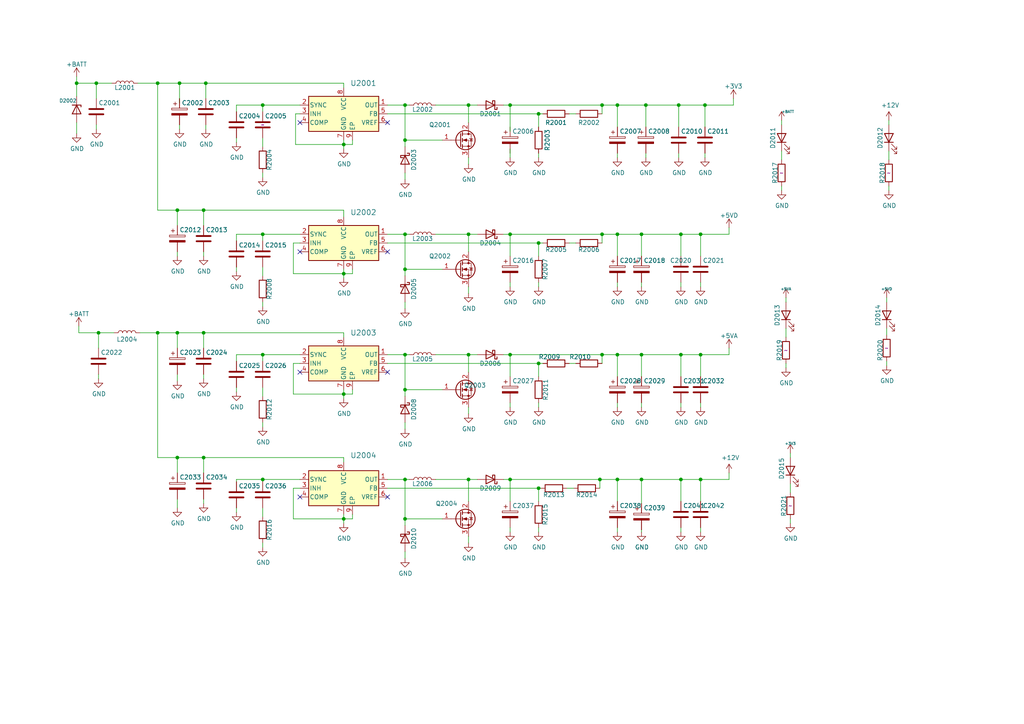
<source format=kicad_sch>
(kicad_sch (version 20211123) (generator eeschema)
  (paper "A4")
  (title_block (title "Cube Power Board ") (date "2021-04-21") (rev "V1-00") (company "CUBEDEB"))
  (lib_symbols
    (symbol "Device:C" (pin_numbers hide) (pin_names (offset 0.254))
      (property "Reference" "C" (at 0.635 2.54 0))
      (property "Value" "C" (at 0.635 -2.54 0))
      (symbol "C_0_1"
        (polyline (pts (xy -2.032 -0.762) (xy 2.032 -0.762)) (stroke (width 0.508)))
        (polyline (pts (xy -2.032 0.762) (xy 2.032 0.762)) (stroke (width 0.508)))
      )
      (symbol "C_1_1"
        (pin passive line (at 0 3.81 270) (length 2.794) (name "~") (number "1"))
        (pin passive line (at 0 -3.81 90) (length 2.794) (name "~") (number "2"))
      )
    )
    (symbol "Device:C_Polarized" (pin_numbers hide) (pin_names (offset 0.254))
      (property "Reference" "C" (at 0.635 2.54 0))
      (property "Value" "C_Polarized" (at 0.635 -2.54 0))
      (symbol "C_Polarized_0_1"
        (rectangle (start -2.286 0.508) (end 2.286 1.016))
        (polyline (pts (xy -1.778 2.286) (xy -0.762 2.286)))
        (polyline (pts (xy -1.27 2.794) (xy -1.27 1.778)))
        (rectangle (start 2.286 -0.508) (end -2.286 -1.016) (fill (type outline)))
      )
      (symbol "C_Polarized_1_1"
        (pin passive line (at 0 3.81 270) (length 2.794) (name "~") (number "1"))
        (pin passive line (at 0 -3.81 90) (length 2.794) (name "~") (number "2"))
      )
    )
    (symbol "Device:D_Schottky" (pin_numbers hide) (pin_names (offset 1.016) hide)
      (property "Reference" "D" (at 0 2.54 0))
      (property "Value" "D_Schottky" (at 0 -2.54 0))
      (symbol "D_Schottky_0_1"
        (polyline (pts (xy 1.27 0) (xy -1.27 0)))
        (polyline (pts (xy 1.27 1.27) (xy 1.27 -1.27) (xy -1.27 0) (xy 1.27 1.27)) (stroke (width 0.254)))
        (polyline (pts (xy -1.905 0.635) (xy -1.905 1.27) (xy -1.27 1.27) (xy -1.27 -1.27) (xy -0.635 -1.27) (xy -0.635 -0.635)) (stroke (width 0.254)))
      )
      (symbol "D_Schottky_1_1"
        (pin passive line (at -3.81 0 0) (length 2.54) (name "K") (number "1"))
        (pin passive line (at 3.81 0 180) (length 2.54) (name "A") (number "2"))
      )
    )
    (symbol "Device:L" (pin_numbers hide) (pin_names (offset 1.016) hide)
      (property "Reference" "L" (at -1.27 0 90))
      (property "Value" "L" (at 1.905 0 90))
      (symbol "L_0_1"
        (arc (start 0 -2.54) (mid 0.635 -1.905) (end 0 -1.27))
        (arc (start 0 -1.27) (mid 0.635 -0.635) (end 0 0))
        (arc (start 0 0) (mid 0.635 0.635) (end 0 1.27))
        (arc (start 0 1.27) (mid 0.635 1.905) (end 0 2.54))
      )
      (symbol "L_1_1"
        (pin passive line (at 0 3.81 270) (length 1.27) (name "1") (number "1"))
        (pin passive line (at 0 -3.81 90) (length 1.27) (name "2") (number "2"))
      )
    )
    (symbol "Device:LED" (pin_numbers hide) (pin_names (offset 1.016) hide)
      (property "Reference" "D" (at 0 2.54 0))
      (property "Value" "LED" (at 0 -2.54 0))
      (symbol "LED_0_1"
        (polyline (pts (xy -1.27 -1.27) (xy -1.27 1.27)) (stroke (width 0.254)))
        (polyline (pts (xy -1.27 0) (xy 1.27 0)))
        (polyline (pts (xy 1.27 -1.27) (xy 1.27 1.27) (xy -1.27 0) (xy 1.27 -1.27)) (stroke (width 0.254)))
        (polyline (pts (xy -3.048 -0.762) (xy -4.572 -2.286) (xy -3.81 -2.286) (xy -4.572 -2.286) (xy -4.572 -1.524)))
        (polyline (pts (xy -1.778 -0.762) (xy -3.302 -2.286) (xy -2.54 -2.286) (xy -3.302 -2.286) (xy -3.302 -1.524)))
      )
      (symbol "LED_1_1"
        (pin passive line (at -3.81 0 0) (length 2.54) (name "K") (number "1"))
        (pin passive line (at 3.81 0 180) (length 2.54) (name "A") (number "2"))
      )
    )
    (symbol "Device:Q_NMOS_GDS" (pin_names (offset 0) hide)
      (property "Reference" "Q" (at 5.08 1.27 0))
      (property "Value" "Q_NMOS_GDS" (at 5.08 -1.27 0))
      (symbol "Q_NMOS_GDS_0_1"
        (polyline (pts (xy 0.254 0) (xy -2.54 0)))
        (polyline (pts (xy 0.254 1.905) (xy 0.254 -1.905)) (stroke (width 0.254)))
        (polyline (pts (xy 0.762 -1.27) (xy 0.762 -2.286)) (stroke (width 0.254)))
        (polyline (pts (xy 0.762 0.508) (xy 0.762 -0.508)) (stroke (width 0.254)))
        (polyline (pts (xy 0.762 2.286) (xy 0.762 1.27)) (stroke (width 0.254)))
        (polyline (pts (xy 2.54 2.54) (xy 2.54 1.778)))
        (polyline (pts (xy 2.54 -2.54) (xy 2.54 0) (xy 0.762 0)))
        (polyline (pts (xy 0.762 -1.778) (xy 3.302 -1.778) (xy 3.302 1.778) (xy 0.762 1.778)))
        (polyline (pts (xy 1.016 0) (xy 2.032 0.381) (xy 2.032 -0.381) (xy 1.016 0)) (fill (type outline)))
        (polyline (pts (xy 2.794 0.508) (xy 2.921 0.381) (xy 3.683 0.381) (xy 3.81 0.254)))
        (polyline (pts (xy 3.302 0.381) (xy 2.921 -0.254) (xy 3.683 -0.254) (xy 3.302 0.381)))
        (circle (center 1.651 0) (radius 2.794) (stroke (width 0.254)))
        (circle (center 2.54 -1.778) (radius 0.254) (fill (type outline)))
        (circle (center 2.54 1.778) (radius 0.254) (fill (type outline)))
      )
      (symbol "Q_NMOS_GDS_1_1"
        (pin input line (at -5.08 0 0) (length 2.54) (name "G") (number "1"))
        (pin passive line (at 2.54 5.08 270) (length 2.54) (name "D") (number "2"))
        (pin passive line (at 2.54 -5.08 90) (length 2.54) (name "S") (number "3"))
      )
    )
    (symbol "Device:R" (pin_numbers hide) (pin_names (offset 0))
      (property "Reference" "R" (at 2.032 0 90))
      (property "Value" "R" (at 0 0 90))
      (symbol "R_0_1"
        (rectangle (start -1.016 -2.54) (end 1.016 2.54) (stroke (width 0.254)))
      )
      (symbol "R_1_1"
        (pin passive line (at 0 3.81 270) (length 1.27) (name "~") (number "1"))
        (pin passive line (at 0 -3.81 90) (length 1.27) (name "~") (number "2"))
      )
    )
    (symbol "Diode:Z1SMAxxx" (pin_numbers hide) (pin_names (offset 1.016) hide)
      (property "Reference" "D" (at 0 2.54 0))
      (property "Value" "Z1SMAxxx" (at 0 -2.54 0))
      (symbol "Z1SMAxxx_0_1"
        (polyline (pts (xy 1.27 0) (xy -1.27 0)))
        (polyline (pts (xy -1.27 -1.27) (xy -1.27 1.27) (xy -0.762 1.27)) (stroke (width 0.254)))
        (polyline (pts (xy 1.27 -1.27) (xy 1.27 1.27) (xy -1.27 0) (xy 1.27 -1.27)) (stroke (width 0.254)))
      )
      (symbol "Z1SMAxxx_1_1"
        (pin passive line (at -3.81 0 0) (length 2.54) (name "K") (number "1"))
        (pin passive line (at 3.81 0 180) (length 2.54) (name "A") (number "2"))
      )
    )
    (symbol "Power_Board-2021-rescue:+3.3V-" (power) (pin_names (offset 0))
      (property "Value" "+3.3V-" (at 0 3.556 0))
      (symbol "+3.3V-_0_1"
        (polyline (pts (xy -0.762 1.27) (xy 0 2.54)))
        (polyline (pts (xy 0 0) (xy 0 2.54)))
        (polyline (pts (xy 0 2.54) (xy 0.762 1.27)))
      )
      (symbol "+3.3V-_1_1"
        (pin power_in line (at 0 0 90) (length 0) hide (name "+3V3") (number "1"))
      )
    )
    (symbol "Regulator_Switching:L5973D" (pin_names (offset 0.254))
      (property "Reference" "U" (at -10.16 6.35 0))
      (property "Value" "L5973D" (at 3.81 6.35 0))
      (symbol "L5973D_0_1"
        (rectangle (start -10.16 5.08) (end 10.16 -5.08) (stroke (width 0.254)) (fill (type background)))
      )
      (symbol "L5973D_1_1"
        (pin output line (at 12.7 2.54 180) (length 2.54) (name "OUT") (number "1"))
        (pin bidirectional line (at -12.7 2.54 0) (length 2.54) (name "SYNC") (number "2"))
        (pin input line (at -12.7 0 0) (length 2.54) (name "INH") (number "3"))
        (pin passive line (at -12.7 -2.54 0) (length 2.54) (name "COMP") (number "4"))
        (pin input line (at 12.7 0 180) (length 2.54) (name "FB") (number "5"))
        (pin output line (at 12.7 -2.54 180) (length 2.54) (name "VREF") (number "6"))
        (pin power_in line (at 0 -7.62 90) (length 2.54) (name "GND") (number "7"))
        (pin power_in line (at 0 7.62 270) (length 2.54) (name "VCC") (number "8"))
        (pin passive line (at 2.54 -7.62 90) (length 2.54) (name "EP") (number "9"))
      )
    )
    (symbol "power:+12V" (power) (pin_names (offset 0))
      (property "Value" "+12V" (at 0 3.556 0))
      (symbol "+12V_0_1"
        (polyline (pts (xy -0.762 1.27) (xy 0 2.54)))
        (polyline (pts (xy 0 0) (xy 0 2.54)))
        (polyline (pts (xy 0 2.54) (xy 0.762 1.27)))
      )
      (symbol "+12V_1_1"
        (pin power_in line (at 0 0 90) (length 0) hide (name "+12V") (number "1"))
      )
    )
    (symbol "power:+3.3V" (power) (pin_names (offset 0))
      (property "Value" "+3.3V" (at 0 3.556 0))
      (symbol "+3.3V_0_1"
        (polyline (pts (xy -0.762 1.27) (xy 0 2.54)))
        (polyline (pts (xy 0 0) (xy 0 2.54)))
        (polyline (pts (xy 0 2.54) (xy 0.762 1.27)))
      )
      (symbol "+3.3V_1_1"
        (pin power_in line (at 0 0 90) (length 0) hide (name "+3V3") (number "1"))
      )
    )
    (symbol "power:+5VA" (power) (pin_names (offset 0))
      (property "Value" "+5VA" (at 0 3.556 0))
      (symbol "+5VA_0_1"
        (polyline (pts (xy -0.762 1.27) (xy 0 2.54)))
        (polyline (pts (xy 0 0) (xy 0 2.54)))
        (polyline (pts (xy 0 2.54) (xy 0.762 1.27)))
      )
      (symbol "+5VA_1_1"
        (pin power_in line (at 0 0 90) (length 0) hide (name "+5VA") (number "1"))
      )
    )
    (symbol "power:+5VD" (power) (pin_names (offset 0))
      (property "Value" "+5VD" (at 0 3.556 0))
      (symbol "+5VD_0_1"
        (polyline (pts (xy -0.762 1.27) (xy 0 2.54)))
        (polyline (pts (xy 0 0) (xy 0 2.54)))
        (polyline (pts (xy 0 2.54) (xy 0.762 1.27)))
      )
      (symbol "+5VD_1_1"
        (pin power_in line (at 0 0 90) (length 0) hide (name "+5VD") (number "1"))
      )
    )
    (symbol "power:+BATT" (power) (pin_names (offset 0))
      (property "Value" "+BATT" (at 0 3.556 0))
      (symbol "+BATT_0_1"
        (polyline (pts (xy -0.762 1.27) (xy 0 2.54)))
        (polyline (pts (xy 0 0) (xy 0 2.54)))
        (polyline (pts (xy 0 2.54) (xy 0.762 1.27)))
      )
      (symbol "+BATT_1_1"
        (pin power_in line (at 0 0 90) (length 0) hide (name "+BATT") (number "1"))
      )
    )
    (symbol "power:GND" (power) (pin_names (offset 0))
      (property "Value" "GND" (at 0 -3.81 0))
      (symbol "GND_0_1"
        (polyline (pts (xy 0 0) (xy 0 -1.27) (xy 1.27 -1.27) (xy 0 -2.54) (xy -1.27 -1.27) (xy 0 -1.27)))
      )
      (symbol "GND_1_1"
        (pin power_in line (at 0 0 270) (length 0) hide (name "GND") (number "1"))
      )
    )
  )
  (junction (at 203.2 102.87))
  (junction (at 156.21 33.02))
  (junction (at 187.325 30.48))
  (junction (at 174.625 67.945))
  (junction (at 186.055 102.87))
  (junction (at 173.99 139.065))
  (junction (at 76.2 102.87))
  (junction (at 156.21 70.485))
  (junction (at 179.07 139.065))
  (junction (at 99.695 150.495))
  (junction (at 99.695 114.3))
  (junction (at 117.475 67.945))
  (junction (at 76.2 67.945))
  (junction (at 27.94 24.13))
  (junction (at 174.625 30.48))
  (junction (at 99.695 79.375))
  (junction (at 186.055 139.065))
  (junction (at 204.47 30.48))
  (junction (at 186.055 67.945))
  (junction (at 117.475 113.03))
  (junction (at 147.955 139.065))
  (junction (at 196.85 30.48))
  (junction (at 45.72 96.52))
  (junction (at 59.055 132.715))
  (junction (at 117.475 150.495))
  (junction (at 174.625 102.87))
  (junction (at 51.435 60.96))
  (junction (at 135.89 67.945))
  (junction (at 117.475 30.48))
  (junction (at 117.475 78.105))
  (junction (at 117.475 139.065))
  (junction (at 203.2 139.065))
  (junction (at 197.485 139.065))
  (junction (at 59.055 60.96))
  (junction (at 156.21 141.605))
  (junction (at 156.21 105.41))
  (junction (at 51.435 132.715))
  (junction (at 197.485 67.945))
  (junction (at 51.435 96.52))
  (junction (at 179.07 67.945))
  (junction (at 59.69 24.13))
  (junction (at 135.89 30.48))
  (junction (at 147.955 30.48))
  (junction (at 117.475 102.87))
  (junction (at 22.225 24.13))
  (junction (at 179.07 102.87))
  (junction (at 28.575 96.52))
  (junction (at 76.2 139.065))
  (junction (at 117.475 40.64))
  (junction (at 135.89 139.065))
  (junction (at 179.07 30.48))
  (junction (at 99.695 41.91))
  (junction (at 59.055 96.52))
  (junction (at 147.955 102.87))
  (junction (at 45.72 24.13))
  (junction (at 197.485 102.87))
  (junction (at 203.2 67.945))
  (junction (at 52.07 24.13))
  (junction (at 135.89 102.87))
  (junction (at 76.2 30.48))
  (junction (at 147.955 67.945))
  (no_connect (at 112.395 35.56))
  (no_connect (at 86.995 73.025))
  (no_connect (at 86.995 35.56))
  (no_connect (at 86.995 144.145))
  (no_connect (at 112.395 107.95))
  (no_connect (at 86.995 107.95))
  (no_connect (at 112.395 73.025))
  (no_connect (at 112.395 144.145))
  (wire (pts (xy 179.07 74.295) (xy 179.07 67.945)))
  (wire (pts (xy 99.695 24.13) (xy 99.695 25.4)))
  (wire (pts (xy 76.2 77.47) (xy 76.2 80.01)))
  (wire (pts (xy 76.2 40.005) (xy 76.2 42.545)))
  (wire (pts (xy 164.465 141.605) (xy 166.37 141.605)))
  (wire (pts (xy 147.955 30.48) (xy 174.625 30.48)))
  (wire (pts (xy 197.485 67.945) (xy 203.2 67.945)))
  (wire (pts (xy 99.695 113.03) (xy 99.695 114.3)))
  (wire (pts (xy 165.1 33.02) (xy 167.005 33.02)))
  (wire (pts (xy 135.89 107.95) (xy 135.89 102.87)))
  (wire (pts (xy 76.2 30.48) (xy 76.2 32.385)))
  (wire (pts (xy 135.89 35.56) (xy 135.89 30.48)))
  (wire (pts (xy 126.365 67.945) (xy 135.89 67.945)))
  (wire (pts (xy 76.2 112.395) (xy 76.2 114.935)))
  (wire (pts (xy 99.695 96.52) (xy 99.695 97.79)))
  (wire (pts (xy 68.58 112.395) (xy 68.58 113.665)))
  (wire (pts (xy 102.235 79.375) (xy 102.235 78.105)))
  (wire (pts (xy 28.575 96.52) (xy 33.02 96.52)))
  (wire (pts (xy 197.485 102.87) (xy 203.2 102.87)))
  (wire (pts (xy 117.475 67.945) (xy 117.475 78.105)))
  (wire (pts (xy 147.955 67.945) (xy 174.625 67.945)))
  (wire (pts (xy 99.695 150.495) (xy 102.235 150.495)))
  (wire (pts (xy 227.965 106.68) (xy 227.965 105.41)))
  (wire (pts (xy 40.64 96.52) (xy 45.72 96.52)))
  (wire (pts (xy 117.475 30.48) (xy 117.475 40.64)))
  (wire (pts (xy 22.225 35.56) (xy 22.225 38.735)))
  (wire (pts (xy 68.58 30.48) (xy 68.58 32.385)))
  (wire (pts (xy 85.725 41.91) (xy 99.695 41.91)))
  (wire (pts (xy 179.07 81.915) (xy 179.07 83.185)))
  (wire (pts (xy 196.85 30.48) (xy 196.85 36.83)))
  (wire (pts (xy 59.055 132.715) (xy 99.695 132.715)))
  (wire (pts (xy 99.695 114.3) (xy 99.695 115.57)))
  (wire (pts (xy 59.69 28.575) (xy 59.69 24.13)))
  (wire (pts (xy 117.475 139.065) (xy 118.745 139.065)))
  (wire (pts (xy 174.625 105.41) (xy 174.625 102.87)))
  (wire (pts (xy 117.475 102.87) (xy 118.745 102.87)))
  (wire (pts (xy 197.485 116.84) (xy 197.485 118.11)))
  (wire (pts (xy 186.055 116.84) (xy 186.055 118.11)))
  (wire (pts (xy 99.695 132.715) (xy 99.695 133.985)))
  (wire (pts (xy 197.485 81.915) (xy 197.485 83.185)))
  (wire (pts (xy 186.055 81.915) (xy 186.055 83.185)))
  (wire (pts (xy 99.695 41.91) (xy 99.695 43.18)))
  (wire (pts (xy 117.475 150.495) (xy 128.27 150.495)))
  (wire (pts (xy 102.235 114.3) (xy 102.235 113.03)))
  (wire (pts (xy 117.475 87.63) (xy 117.475 89.535)))
  (wire (pts (xy 211.455 67.945) (xy 211.455 66.04)))
  (wire (pts (xy 117.475 78.105) (xy 117.475 80.01)))
  (wire (pts (xy 135.89 73.025) (xy 135.89 67.945)))
  (wire (pts (xy 197.485 102.87) (xy 197.485 109.22)))
  (wire (pts (xy 196.85 44.45) (xy 196.85 45.72)))
  (wire (pts (xy 99.695 41.91) (xy 102.235 41.91)))
  (wire (pts (xy 68.58 147.32) (xy 68.58 148.59)))
  (wire (pts (xy 203.2 81.915) (xy 203.2 83.185)))
  (wire (pts (xy 59.055 65.405) (xy 59.055 60.96)))
  (wire (pts (xy 76.2 157.48) (xy 76.2 158.75)))
  (wire (pts (xy 117.475 160.02) (xy 117.475 161.925)))
  (wire (pts (xy 40.005 24.13) (xy 45.72 24.13)))
  (wire (pts (xy 51.435 73.025) (xy 51.435 74.295)))
  (wire (pts (xy 99.695 114.3) (xy 102.235 114.3)))
  (wire (pts (xy 156.21 74.295) (xy 156.21 70.485)))
  (wire (pts (xy 179.07 139.065) (xy 186.055 139.065)))
  (wire (pts (xy 203.2 102.87) (xy 203.2 109.22)))
  (wire (pts (xy 22.225 24.13) (xy 22.225 27.94)))
  (wire (pts (xy 197.485 153.035) (xy 197.485 154.305)))
  (wire (pts (xy 203.2 116.84) (xy 203.2 118.11)))
  (wire (pts (xy 27.94 24.13) (xy 32.385 24.13)))
  (wire (pts (xy 146.05 67.945) (xy 147.955 67.945)))
  (wire (pts (xy 257.81 43.815) (xy 257.81 46.355)))
  (wire (pts (xy 203.2 67.945) (xy 203.2 74.295)))
  (wire (pts (xy 203.2 139.065) (xy 203.2 145.415)))
  (wire (pts (xy 156.21 141.605) (xy 156.21 145.415)))
  (wire (pts (xy 112.395 30.48) (xy 117.475 30.48)))
  (wire (pts (xy 179.07 116.84) (xy 179.07 118.11)))
  (wire (pts (xy 76.2 139.065) (xy 76.2 139.7)))
  (wire (pts (xy 85.09 70.485) (xy 85.09 79.375)))
  (wire (pts (xy 179.07 109.22) (xy 179.07 102.87)))
  (wire (pts (xy 179.07 67.945) (xy 186.055 67.945)))
  (wire (pts (xy 197.485 139.065) (xy 203.2 139.065)))
  (wire (pts (xy 51.435 110.49) (xy 51.435 108.585)))
  (wire (pts (xy 85.09 105.41) (xy 85.09 114.3)))
  (wire (pts (xy 147.955 81.915) (xy 147.955 83.185)))
  (wire (pts (xy 22.225 24.13) (xy 27.94 24.13)))
  (wire (pts (xy 179.07 44.45) (xy 179.07 45.72)))
  (wire (pts (xy 126.365 102.87) (xy 135.89 102.87)))
  (wire (pts (xy 68.58 102.87) (xy 68.58 104.775)))
  (wire (pts (xy 45.72 132.715) (xy 51.435 132.715)))
  (wire (pts (xy 146.05 30.48) (xy 147.955 30.48)))
  (wire (pts (xy 22.225 22.225) (xy 22.225 24.13)))
  (wire (pts (xy 76.2 102.87) (xy 86.995 102.87)))
  (wire (pts (xy 28.575 108.585) (xy 28.575 109.855)))
  (wire (pts (xy 117.475 113.03) (xy 128.27 113.03)))
  (wire (pts (xy 156.21 33.02) (xy 157.48 33.02)))
  (wire (pts (xy 68.58 67.945) (xy 76.2 67.945)))
  (wire (pts (xy 117.475 78.105) (xy 128.27 78.105)))
  (wire (pts (xy 45.72 60.96) (xy 45.72 24.13)))
  (wire (pts (xy 68.58 30.48) (xy 76.2 30.48)))
  (wire (pts (xy 147.955 116.84) (xy 147.955 118.11)))
  (wire (pts (xy 146.05 139.065) (xy 147.955 139.065)))
  (wire (pts (xy 68.58 139.065) (xy 68.58 139.7)))
  (wire (pts (xy 204.47 30.48) (xy 204.47 36.83)))
  (wire (pts (xy 27.94 28.575) (xy 27.94 24.13)))
  (wire (pts (xy 59.055 100.965) (xy 59.055 96.52)))
  (wire (pts (xy 147.955 139.065) (xy 173.99 139.065)))
  (wire (pts (xy 51.435 147.32) (xy 51.435 144.78)))
  (wire (pts (xy 117.475 102.87) (xy 117.475 113.03)))
  (wire (pts (xy 68.58 67.945) (xy 68.58 69.85)))
  (wire (pts (xy 59.055 137.16) (xy 59.055 132.715)))
  (wire (pts (xy 196.85 30.48) (xy 204.47 30.48)))
  (wire (pts (xy 203.2 67.945) (xy 211.455 67.945)))
  (wire (pts (xy 76.2 87.63) (xy 76.2 88.9)))
  (wire (pts (xy 135.89 45.72) (xy 135.89 47.625)))
  (wire (pts (xy 174.625 70.485) (xy 174.625 67.945)))
  (wire (pts (xy 156.21 81.915) (xy 156.21 83.185)))
  (wire (pts (xy 117.475 113.03) (xy 117.475 114.935)))
  (wire (pts (xy 147.955 109.22) (xy 147.955 102.87)))
  (wire (pts (xy 76.2 147.32) (xy 76.2 149.86)))
  (wire (pts (xy 76.2 122.555) (xy 76.2 123.825)))
  (wire (pts (xy 117.475 30.48) (xy 118.745 30.48)))
  (wire (pts (xy 156.21 70.485) (xy 157.48 70.485)))
  (wire (pts (xy 59.055 108.585) (xy 59.055 109.855)))
  (wire (pts (xy 52.07 24.13) (xy 59.69 24.13)))
  (wire (pts (xy 85.09 105.41) (xy 86.995 105.41)))
  (wire (pts (xy 52.07 36.195) (xy 52.07 37.465)))
  (wire (pts (xy 51.435 96.52) (xy 51.435 100.965)))
  (wire (pts (xy 51.435 60.96) (xy 59.055 60.96)))
  (wire (pts (xy 146.05 102.87) (xy 147.955 102.87)))
  (wire (pts (xy 165.1 70.485) (xy 167.005 70.485)))
  (wire (pts (xy 51.435 132.715) (xy 59.055 132.715)))
  (wire (pts (xy 86.995 70.485) (xy 85.09 70.485)))
  (wire (pts (xy 76.2 67.945) (xy 76.2 69.85)))
  (wire (pts (xy 86.995 33.02) (xy 85.725 33.02)))
  (wire (pts (xy 135.89 139.065) (xy 138.43 139.065)))
  (wire (pts (xy 135.89 30.48) (xy 138.43 30.48)))
  (wire (pts (xy 45.72 96.52) (xy 51.435 96.52)))
  (wire (pts (xy 68.58 139.065) (xy 76.2 139.065)))
  (wire (pts (xy 86.995 141.605) (xy 85.09 141.605)))
  (wire (pts (xy 45.72 96.52) (xy 45.72 132.715)))
  (wire (pts (xy 45.72 60.96) (xy 51.435 60.96)))
  (wire (pts (xy 197.485 67.945) (xy 197.485 74.295)))
  (wire (pts (xy 99.695 40.64) (xy 99.695 41.91)))
  (wire (pts (xy 51.435 60.96) (xy 51.435 65.405)))
  (wire (pts (xy 204.47 30.48) (xy 212.725 30.48)))
  (wire (pts (xy 59.055 60.96) (xy 99.695 60.96)))
  (wire (pts (xy 156.21 109.22) (xy 156.21 105.41)))
  (wire (pts (xy 147.955 74.295) (xy 147.955 67.945)))
  (wire (pts (xy 99.695 150.495) (xy 99.695 151.765)))
  (wire (pts (xy 102.235 150.495) (xy 102.235 149.225)))
  (wire (pts (xy 186.055 139.065) (xy 197.485 139.065)))
  (wire (pts (xy 203.2 139.065) (xy 211.455 139.065)))
  (wire (pts (xy 227.965 86.36) (xy 227.965 87.63)))
  (wire (pts (xy 179.07 36.83) (xy 179.07 30.48)))
  (wire (pts (xy 76.2 102.87) (xy 76.2 104.775)))
  (wire (pts (xy 147.955 38.1) (xy 147.955 30.48)))
  (wire (pts (xy 135.89 139.065) (xy 135.89 145.415)))
  (wire (pts (xy 99.695 149.225) (xy 99.695 150.495)))
  (wire (pts (xy 257.175 106.045) (xy 257.175 104.775)))
  (wire (pts (xy 112.395 102.87) (xy 117.475 102.87)))
  (wire (pts (xy 257.81 34.925) (xy 257.81 36.195)))
  (wire (pts (xy 59.055 96.52) (xy 99.695 96.52)))
  (wire (pts (xy 117.475 150.495) (xy 117.475 152.4)))
  (wire (pts (xy 186.055 146.05) (xy 186.055 139.065)))
  (wire (pts (xy 203.2 102.87) (xy 211.455 102.87)))
  (wire (pts (xy 229.235 150.495) (xy 229.235 151.765)))
  (wire (pts (xy 52.07 24.13) (xy 52.07 29.845)))
  (wire (pts (xy 112.395 141.605) (xy 156.21 141.605)))
  (wire (pts (xy 76.2 50.165) (xy 76.2 51.435)))
  (wire (pts (xy 257.175 95.25) (xy 257.175 97.155)))
  (wire (pts (xy 179.07 153.035) (xy 179.07 154.305)))
  (wire (pts (xy 59.69 36.195) (xy 59.69 37.465)))
  (wire (pts (xy 197.485 139.065) (xy 197.485 145.415)))
  (wire (pts (xy 187.325 36.83) (xy 187.325 30.48)))
  (wire (pts (xy 135.89 118.11) (xy 135.89 120.015)))
  (wire (pts (xy 117.475 40.64) (xy 117.475 42.545)))
  (wire (pts (xy 156.21 44.45) (xy 156.21 45.72)))
  (wire (pts (xy 186.055 102.87) (xy 197.485 102.87)))
  (wire (pts (xy 179.07 30.48) (xy 187.325 30.48)))
  (wire (pts (xy 186.055 109.22) (xy 186.055 102.87)))
  (wire (pts (xy 211.455 102.87) (xy 211.455 100.965)))
  (wire (pts (xy 28.575 100.965) (xy 28.575 96.52)))
  (wire (pts (xy 22.86 96.52) (xy 28.575 96.52)))
  (wire (pts (xy 147.955 145.415) (xy 147.955 139.065)))
  (wire (pts (xy 187.325 30.48) (xy 196.85 30.48)))
  (wire (pts (xy 126.365 139.065) (xy 135.89 139.065)))
  (wire (pts (xy 59.055 144.78) (xy 59.055 146.05)))
  (wire (pts (xy 85.09 114.3) (xy 99.695 114.3)))
  (wire (pts (xy 227.965 95.25) (xy 227.965 97.79)))
  (wire (pts (xy 112.395 105.41) (xy 156.21 105.41)))
  (wire (pts (xy 112.395 33.02) (xy 156.21 33.02)))
  (wire (pts (xy 45.72 24.13) (xy 52.07 24.13)))
  (wire (pts (xy 68.58 77.47) (xy 68.58 78.74)))
  (wire (pts (xy 135.89 155.575) (xy 135.89 157.48)))
  (wire (pts (xy 174.625 102.87) (xy 179.07 102.87)))
  (wire (pts (xy 187.325 44.45) (xy 187.325 45.72)))
  (wire (pts (xy 85.725 33.02) (xy 85.725 41.91)))
  (wire (pts (xy 117.475 122.555) (xy 117.475 124.46)))
  (wire (pts (xy 126.365 30.48) (xy 135.89 30.48)))
  (wire (pts (xy 186.055 153.67) (xy 186.055 154.305)))
  (wire (pts (xy 156.845 141.605) (xy 156.21 141.605)))
  (wire (pts (xy 117.475 40.64) (xy 128.27 40.64)))
  (wire (pts (xy 212.725 30.48) (xy 212.725 28.575)))
  (wire (pts (xy 99.695 79.375) (xy 99.695 80.645)))
  (wire (pts (xy 117.475 67.945) (xy 118.745 67.945)))
  (wire (pts (xy 99.695 78.105) (xy 99.695 79.375)))
  (wire (pts (xy 135.89 102.87) (xy 138.43 102.87)))
  (wire (pts (xy 99.695 79.375) (xy 102.235 79.375)))
  (wire (pts (xy 117.475 139.065) (xy 117.475 150.495)))
  (wire (pts (xy 59.055 73.025) (xy 59.055 74.295)))
  (wire (pts (xy 76.2 67.945) (xy 86.995 67.945)))
  (wire (pts (xy 226.695 55.245) (xy 226.695 53.975)))
  (wire (pts (xy 76.2 139.065) (xy 86.995 139.065)))
  (wire (pts (xy 147.955 43.18) (xy 147.955 45.72)))
  (wire (pts (xy 179.07 145.415) (xy 179.07 139.065)))
  (wire (pts (xy 174.625 67.945) (xy 179.07 67.945)))
  (wire (pts (xy 173.99 141.605) (xy 173.99 139.065)))
  (wire (pts (xy 226.695 36.195) (xy 226.695 34.925)))
  (wire (pts (xy 51.435 96.52) (xy 59.055 96.52)))
  (wire (pts (xy 112.395 67.945) (xy 117.475 67.945)))
  (wire (pts (xy 226.695 43.815) (xy 226.695 46.355)))
  (wire (pts (xy 76.2 30.48) (xy 86.995 30.48)))
  (wire (pts (xy 68.58 40.005) (xy 68.58 41.275)))
  (wire (pts (xy 257.81 53.975) (xy 257.81 55.245)))
  (wire (pts (xy 229.235 140.335) (xy 229.235 142.875)))
  (wire (pts (xy 156.21 153.035) (xy 156.21 154.305)))
  (wire (pts (xy 174.625 33.02) (xy 174.625 30.48)))
  (wire (pts (xy 99.695 60.96) (xy 99.695 62.865)))
  (wire (pts (xy 68.58 102.87) (xy 76.2 102.87)))
  (wire (pts (xy 203.2 153.035) (xy 203.2 154.305)))
  (wire (pts (xy 112.395 139.065) (xy 117.475 139.065)))
  (wire (pts (xy 135.89 83.185) (xy 135.89 85.09)))
  (wire (pts (xy 147.955 153.035) (xy 147.955 154.305)))
  (wire (pts (xy 156.21 36.83) (xy 156.21 33.02)))
  (wire (pts (xy 174.625 30.48) (xy 179.07 30.48)))
  (wire (pts (xy 85.09 150.495) (xy 99.695 150.495)))
  (wire (pts (xy 59.69 24.13) (xy 99.695 24.13)))
  (wire (pts (xy 156.21 105.41) (xy 157.48 105.41)))
  (wire (pts (xy 112.395 70.485) (xy 156.21 70.485)))
  (wire (pts (xy 204.47 44.45) (xy 204.47 45.72)))
  (wire (pts (xy 27.94 36.195) (xy 27.94 37.465)))
  (wire (pts (xy 257.175 86.36) (xy 257.175 87.63)))
  (wire (pts (xy 85.09 141.605) (xy 85.09 150.495)))
  (wire (pts (xy 156.21 116.84) (xy 156.21 118.11)))
  (wire (pts (xy 211.455 139.065) (xy 211.455 137.16)))
  (wire (pts (xy 173.99 139.065) (xy 179.07 139.065)))
  (wire (pts (xy 117.475 50.165) (xy 117.475 52.07)))
  (wire (pts (xy 186.055 74.295) (xy 186.055 67.945)))
  (wire (pts (xy 135.89 67.945) (xy 138.43 67.945)))
  (wire (pts (xy 51.435 132.715) (xy 51.435 137.16)))
  (wire (pts (xy 102.235 41.91) (xy 102.235 40.64)))
  (wire (pts (xy 22.86 94.615) (xy 22.86 96.52)))
  (wire (pts (xy 186.055 67.945) (xy 197.485 67.945)))
  (wire (pts (xy 85.09 79.375) (xy 99.695 79.375)))
  (wire (pts (xy 229.235 131.445) (xy 229.235 132.715)))
  (wire (pts (xy 165.1 105.41) (xy 167.005 105.41)))
  (wire (pts (xy 147.955 102.87) (xy 174.625 102.87)))
  (wire (pts (xy 179.07 102.87) (xy 186.055 102.87)))
  (symbol (lib_id "Device:R") (at 227.965 101.6 0) (unit 1)
    (property "Reference" "R2019" (at 226.06 101.6 90))
    (property "Datasheet" "~" (at 227.965 101.6 0) (effects (font (size 1.524 1.524))))
  )
  (symbol (lib_id "Device:R") (at 257.81 50.165 0) (unit 1)
    (property "Reference" "R2018" (at 255.905 50.165 90))
    (property "Datasheet" "~" (at 257.81 50.165 0) (effects (font (size 1.524 1.524))))
  )
  (symbol (lib_id "Device:R") (at 257.175 100.965 0) (unit 1)
    (property "Reference" "R2020" (at 255.27 101.6 90))
    (property "Datasheet" "~" (at 257.175 100.965 0) (effects (font (size 1.524 1.524))))
  )
  (symbol (lib_id "Device:R") (at 229.235 146.685 0) (unit 1)
    (property "Reference" "R2021" (at 227.33 146.685 90))
    (property "Datasheet" "~" (at 229.235 146.685 0) (effects (font (size 1.524 1.524))))
  )
  (symbol (lib_id "power:+5VA") (at 227.965 86.36 0) (unit 1)
    (property "Reference" "#PWR027" (effects hide))
  )
  (symbol (lib_id "power:+5VD") (at 257.175 86.36 0) (unit 1)
    (property "Reference" "#PWR028" (effects hide))
  )
  (symbol (lib_id "Power_Board-2021-rescue:+3.3V-") (at 229.235 131.445 0) (unit 1)
    (property "Reference" "#PWR029" (effects hide))
  )
  (symbol (lib_id "power:+BATT") (at 226.695 34.925 0) (unit 1)
    (property "Reference" "#PWR030" (effects hide))
  )
  (symbol (lib_id "Device:R") (at 226.695 50.165 0) (unit 1)
    (property "Reference" "R2017" (at 224.79 50.165 90))
    (property "Datasheet" "~" (at 226.695 50.165 0) (effects (font (size 1.524 1.524))))
  )
  (symbol (lib_id "Regulator_Switching:L5973D") (at 99.695 33.02 0) (unit 1)
    (property "Reference" "U2001" (at 105.41 24.13 0) (effects (font (size 1.524 1.524))))
  )
  (symbol (lib_id "Device:C_Polarized") (at 52.07 32.385 0) (unit 1)
    (property "Reference" "C2002" (at 52.705 29.845 0) (effects (justify left)))
  )
  (symbol (lib_id "Device:C") (at 76.2 36.195 0) (unit 1)
    (property "Reference" "C2005" (at 76.835 33.655 0) (effects (justify left)))
    (property "Datasheet" "~" (at 76.2 36.195 0))
  )
  (symbol (lib_id "Device:R") (at 76.2 46.355 0) (unit 1)
    (property "Reference" "R2004" (at 78.105 46.355 90))
  )
  (symbol (lib_id "Device:C") (at 68.58 36.195 0) (unit 1)
    (property "Reference" "C2004" (at 69.215 33.655 0) (effects (justify left)))
  )
  (symbol (lib_id "Device:L") (at 122.555 30.48 90) (unit 1)
    (property "Reference" "L2002" (at 122.555 31.75 90))
  )
  (symbol (lib_id "Device:D_Schottky") (at 142.24 30.48 180) (unit 1)
    (property "Reference" "D2001" (at 142.24 33.02 0))
  )
  (symbol (lib_id "Device:D_Schottky") (at 117.475 46.355 270) (unit 1)
    (property "Reference" "D2003" (at 120.015 46.355 0))
  )
  (symbol (lib_id "Device:Q_NMOS_GDS") (at 133.35 40.64 0) (unit 1)
    (property "Reference" "Q2001" (at 130.81 36.195 0) (effects (justify right)))
  )
  (symbol (lib_id "Device:C_Polarized") (at 147.955 40.64 0) (unit 1)
    (property "Reference" "C2006" (at 148.59 38.1 0) (effects (justify left)))
  )
  (symbol (lib_id "Device:R") (at 161.29 33.02 270) (unit 1)
    (property "Reference" "R2001" (at 161.29 35.56 90))
  )
  (symbol (lib_id "Device:R") (at 170.815 33.02 270) (unit 1)
    (property "Reference" "R2002" (at 170.815 35.56 90))
  )
  (symbol (lib_id "Device:R") (at 156.21 40.64 0) (unit 1)
    (property "Reference" "R2003" (at 158.75 40.64 90))
  )
  (symbol (lib_id "Device:C_Polarized") (at 179.07 40.64 0) (unit 1)
    (property "Reference" "C2007" (at 179.705 38.1 0) (effects (justify left)))
  )
  (symbol (lib_id "Device:C_Polarized") (at 187.325 40.64 0) (unit 1)
    (property "Reference" "C2008" (at 187.96 38.1 0) (effects (justify left)))
  )
  (symbol (lib_id "Device:C") (at 196.85 40.64 0) (unit 1)
    (property "Reference" "C2010" (at 197.485 38.1 0) (effects (justify left)))
  )
  (symbol (lib_id "Device:C") (at 204.47 40.64 0) (unit 1)
    (property "Reference" "C2011" (at 205.105 38.1 0) (effects (justify left)))
  )
  (symbol (lib_id "Device:L") (at 36.195 24.13 90) (unit 1)
    (property "Reference" "L2001" (at 36.195 25.4 90))
  )
  (symbol (lib_id "Device:C") (at 59.69 32.385 0) (unit 1)
    (property "Reference" "C2003" (at 60.325 29.845 0) (effects (justify left)))
  )
  (symbol (lib_id "Diode:Z1SMAxxx") (at 22.225 31.75 270) (unit 1)
    (property "Reference" "D2002" (at 19.685 29.21 90) (effects (font (size 1.016 1.016))))
  )
  (symbol (lib_id "Device:C") (at 27.94 32.385 0) (unit 1)
    (property "Reference" "C2001" (at 28.575 29.845 0) (effects (justify left)))
  )
  (symbol (lib_id "Regulator_Switching:L5973D") (at 99.695 70.485 0) (unit 1)
    (property "Reference" "U2002" (at 105.41 61.595 0) (effects (font (size 1.524 1.524))))
  )
  (symbol (lib_id "Device:C_Polarized") (at 51.435 69.215 0) (unit 1)
    (property "Reference" "C2012" (at 52.07 66.675 0) (effects (justify left)))
  )
  (symbol (lib_id "Device:C") (at 76.2 73.66 0) (unit 1)
    (property "Reference" "C2015" (at 76.835 71.12 0) (effects (justify left)))
  )
  (symbol (lib_id "Device:R") (at 76.2 83.82 0) (unit 1)
    (property "Reference" "R2008" (at 78.105 83.82 90))
  )
  (symbol (lib_id "Device:C") (at 68.58 73.66 0) (unit 1)
    (property "Reference" "C2014" (at 69.215 71.12 0) (effects (justify left)))
  )
  (symbol (lib_id "Device:L") (at 122.555 67.945 90) (unit 1)
    (property "Reference" "L2003" (at 122.555 69.215 90))
  )
  (symbol (lib_id "Device:D_Schottky") (at 142.24 67.945 180) (unit 1)
    (property "Reference" "D2004" (at 142.24 70.485 0))
  )
  (symbol (lib_id "Device:D_Schottky") (at 117.475 83.82 270) (unit 1)
    (property "Reference" "D2005" (at 120.015 83.82 0))
  )
  (symbol (lib_id "Device:Q_NMOS_GDS") (at 133.35 78.105 0) (unit 1)
    (property "Reference" "Q2002" (at 130.81 74.295 0) (effects (justify right)))
  )
  (symbol (lib_id "Device:C_Polarized") (at 147.955 78.105 0) (unit 1)
    (property "Reference" "C2016" (at 148.59 75.565 0) (effects (justify left)))
  )
  (symbol (lib_id "Device:R") (at 161.29 70.485 270) (unit 1)
    (property "Reference" "R2005" (at 161.29 72.39 90))
  )
  (symbol (lib_id "Device:R") (at 170.815 70.485 270) (unit 1)
    (property "Reference" "R2006" (at 170.815 72.39 90))
  )
  (symbol (lib_id "Device:R") (at 156.21 78.105 0) (unit 1)
    (property "Reference" "R2007" (at 158.115 78.105 90))
  )
  (symbol (lib_id "power:+5VD") (at 211.455 66.04 0) (unit 1)
    (property "Reference" "#PWR055" (effects hide))
  )
  (symbol (lib_id "Device:C") (at 59.055 69.215 0) (unit 1)
    (property "Reference" "C2013" (at 59.69 66.675 0) (effects (justify left)))
  )
  (symbol (lib_id "Device:C_Polarized") (at 179.07 78.105 0) (unit 1)
    (property "Reference" "C2017" (at 179.705 75.565 0) (effects (justify left)))
  )
  (symbol (lib_id "Device:C_Polarized") (at 186.055 78.105 0) (unit 1)
    (property "Reference" "C2018" (at 186.69 75.565 0) (effects (justify left)))
  )
  (symbol (lib_id "Device:C") (at 197.485 78.105 0) (unit 1)
    (property "Reference" "C2020" (at 194.31 75.565 0) (effects (justify left)))
  )
  (symbol (lib_id "Device:C") (at 203.2 78.105 0) (unit 1)
    (property "Reference" "C2021" (at 203.835 75.565 0) (effects (justify left)))
  )
  (symbol (lib_id "power:+3.3V") (at 212.725 28.575 0) (unit 1)
    (property "Reference" "#PWR061" (effects hide))
  )
  (symbol (lib_id "Regulator_Switching:L5973D") (at 99.695 141.605 0) (unit 1)
    (property "Reference" "U2004" (at 105.41 132.08 0) (effects (font (size 1.524 1.524))))
  )
  (symbol (lib_id "Device:C_Polarized") (at 51.435 140.97 0) (unit 1)
    (property "Reference" "C2033" (at 52.07 138.43 0) (effects (justify left)))
  )
  (symbol (lib_id "Device:C") (at 76.2 143.51 0) (unit 1)
    (property "Reference" "C2036" (at 76.835 140.97 0) (effects (justify left)))
  )
  (symbol (lib_id "Device:R") (at 76.2 153.67 0) (unit 1)
    (property "Reference" "R2016" (at 78.105 153.67 90))
  )
  (symbol (lib_id "Device:C") (at 68.58 143.51 0) (unit 1)
    (property "Reference" "C2035" (at 69.215 140.97 0) (effects (justify left)))
  )
  (symbol (lib_id "Device:L") (at 122.555 139.065 90) (unit 1)
    (property "Reference" "L2006" (at 122.555 140.335 90))
  )
  (symbol (lib_id "Device:D_Schottky") (at 142.24 139.065 180) (unit 1)
    (property "Reference" "D2009" (at 142.24 141.605 0))
  )
  (symbol (lib_id "Device:D_Schottky") (at 117.475 156.21 270) (unit 1)
    (property "Reference" "D2010" (at 120.015 156.21 0))
  )
  (symbol (lib_id "Device:C_Polarized") (at 147.955 149.225 0) (unit 1)
    (property "Reference" "C2037" (at 148.59 146.685 0) (effects (justify left)))
  )
  (symbol (lib_id "Device:R") (at 160.655 141.605 270) (unit 1)
    (property "Reference" "R2013" (at 160.655 143.51 90))
  )
  (symbol (lib_id "Device:R") (at 170.18 141.605 270) (unit 1)
    (property "Reference" "R2014" (at 170.18 143.51 90))
  )
  (symbol (lib_id "Device:R") (at 156.21 149.225 0) (unit 1)
    (property "Reference" "R2015" (at 158.115 149.225 90))
  )
  (symbol (lib_id "Device:C") (at 59.055 140.97 0) (unit 1)
    (property "Reference" "C2034" (at 59.69 138.43 0) (effects (justify left)))
  )
  (symbol (lib_id "Device:C_Polarized") (at 179.07 149.225 0) (unit 1)
    (property "Reference" "C2038" (at 179.705 146.685 0) (effects (justify left)))
  )
  (symbol (lib_id "Device:C_Polarized") (at 186.055 149.86 0) (unit 1)
    (property "Reference" "C2039" (at 186.69 147.32 0) (effects (justify left)))
  )
  (symbol (lib_id "Device:C") (at 197.485 149.225 0) (unit 1)
    (property "Reference" "C2041" (at 198.12 146.685 0) (effects (justify left)))
  )
  (symbol (lib_id "Device:C") (at 203.2 149.225 0) (unit 1)
    (property "Reference" "C2042" (at 203.835 146.685 0) (effects (justify left)))
  )
  (symbol (lib_id "Device:Q_NMOS_GDS") (at 133.35 150.495 0) (unit 1)
    (property "Reference" "Q2004" (at 132.715 146.05 0) (effects (justify right)))
  )
  (symbol (lib_id "Regulator_Switching:L5973D") (at 99.695 105.41 0) (unit 1)
    (property "Reference" "U2003" (at 105.41 96.52 0) (effects (font (size 1.524 1.524))))
  )
  (symbol (lib_id "Device:C_Polarized") (at 51.435 104.775 0) (unit 1)
    (property "Reference" "C2023" (at 52.07 102.235 0) (effects (justify left)))
  )
  (symbol (lib_id "Device:C") (at 76.2 108.585 0) (unit 1)
    (property "Reference" "C2026" (at 76.835 106.045 0) (effects (justify left)))
  )
  (symbol (lib_id "Device:R") (at 76.2 118.745 0) (unit 1)
    (property "Reference" "R2012" (at 78.105 118.745 90))
  )
  (symbol (lib_id "Device:C") (at 68.58 108.585 0) (unit 1)
    (property "Reference" "C2025" (at 69.215 106.045 0) (effects (justify left)))
  )
  (symbol (lib_id "Device:L") (at 122.555 102.87 90) (unit 1)
    (property "Reference" "L2005" (at 122.555 104.14 90))
  )
  (symbol (lib_id "Device:D_Schottky") (at 142.24 102.87 180) (unit 1)
    (property "Reference" "D2006" (at 142.24 105.41 0))
  )
  (symbol (lib_id "Device:D_Schottky") (at 117.475 118.745 270) (unit 1)
    (property "Reference" "D2008" (at 120.015 118.745 0))
  )
  (symbol (lib_id "Device:Q_NMOS_GDS") (at 133.35 113.03 0) (unit 1)
    (property "Reference" "Q2003" (at 140.97 111.76 0) (effects (justify right)))
  )
  (symbol (lib_id "Device:C_Polarized") (at 147.955 113.03 0) (unit 1)
    (property "Reference" "C2027" (at 148.59 110.49 0) (effects (justify left)))
  )
  (symbol (lib_id "Device:R") (at 161.29 105.41 270) (unit 1)
    (property "Reference" "R2009" (at 159.385 103.505 90))
  )
  (symbol (lib_id "Device:R") (at 170.815 105.41 270) (unit 1)
    (property "Reference" "R2010" (at 168.275 103.505 90))
  )
  (symbol (lib_id "Device:R") (at 156.21 113.03 0) (unit 1)
    (property "Reference" "R2011" (at 158.242 113.03 90))
  )
  (symbol (lib_id "Device:L") (at 36.83 96.52 90) (unit 1)
    (property "Reference" "L2004" (at 36.83 98.425 90))
  )
  (symbol (lib_id "Device:C") (at 59.055 104.775 0) (unit 1)
    (property "Reference" "C2024" (at 59.69 102.235 0) (effects (justify left)))
  )
  (symbol (lib_id "Device:C") (at 28.575 104.775 0) (unit 1)
    (property "Reference" "C2022" (at 29.21 102.235 0) (effects (justify left)))
  )
  (symbol (lib_id "Device:C_Polarized") (at 179.07 113.03 0) (unit 1)
    (property "Reference" "C2028" (at 179.705 110.49 0) (effects (justify left)))
  )
  (symbol (lib_id "Device:C_Polarized") (at 186.055 113.03 0) (unit 1)
    (property "Reference" "C2029" (at 186.69 110.49 0) (effects (justify left)))
  )
  (symbol (lib_id "Device:C") (at 197.485 113.03 0) (unit 1)
    (property "Reference" "C2031" (at 198.12 110.49 0) (effects (justify left)))
  )
  (symbol (lib_id "Device:C") (at 203.2 113.03 0) (unit 1)
    (property "Reference" "C2032" (at 203.835 110.49 0) (effects (justify left)))
  )
  (symbol (lib_id "power:+5VA") (at 211.455 100.965 0) (unit 1)
    (property "Reference" "#PWR091" (effects hide))
  )
  (symbol (lib_id "power:+BATT") (at 22.86 94.615 0) (unit 1)
    (property "Reference" "#PWR092" (effects hide))
  )
  (symbol (lib_id "power:+BATT") (at 22.225 22.225 0) (unit 1)
    (property "Reference" "#PWR093" (effects hide))
  )
  (symbol (lib_id "power:GND") (at 22.225 38.735 0) (unit 1)
    (property "Reference" "#PWR0101" (effects hide))
  )
  (symbol (lib_id "power:GND") (at 27.94 37.465 0) (unit 1)
    (property "Reference" "#PWR0102" (effects hide))
  )
  (symbol (lib_id "power:GND") (at 52.07 37.465 0) (unit 1)
    (property "Reference" "#PWR0103" (effects hide))
  )
  (symbol (lib_id "power:GND") (at 59.69 37.465 0) (unit 1)
    (property "Reference" "#PWR0104" (effects hide))
  )
  (symbol (lib_id "power:GND") (at 68.58 41.275 0) (unit 1)
    (property "Reference" "#PWR0105" (effects hide))
  )
  (symbol (lib_id "power:GND") (at 76.2 51.435 0) (unit 1)
    (property "Reference" "#PWR0106" (effects hide))
  )
  (symbol (lib_id "power:GND") (at 51.435 110.49 0) (unit 1)
    (property "Reference" "#PWR0130" (effects hide))
  )
  (symbol (lib_id "power:GND") (at 59.055 109.855 0) (unit 1)
    (property "Reference" "#PWR0131" (effects hide))
  )
  (symbol (lib_id "power:GND") (at 68.58 113.665 0) (unit 1)
    (property "Reference" "#PWR0132" (effects hide))
  )
  (symbol (lib_id "power:GND") (at 76.2 123.825 0) (unit 1)
    (property "Reference" "#PWR0133" (effects hide))
  )
  (symbol (lib_id "power:GND") (at 99.695 115.57 0) (unit 1)
    (property "Reference" "#PWR0134" (effects hide))
  )
  (symbol (lib_id "power:GND") (at 99.695 43.18 0) (unit 1)
    (property "Reference" "#PWR0107" (effects hide))
  )
  (symbol (lib_id "power:GND") (at 117.475 52.07 0) (unit 1)
    (property "Reference" "#PWR0108" (effects hide))
  )
  (symbol (lib_id "power:GND") (at 135.89 47.625 0) (unit 1)
    (property "Reference" "#PWR0109" (effects hide))
  )
  (symbol (lib_id "power:GND") (at 147.955 45.72 0) (unit 1)
    (property "Reference" "#PWR0110" (effects hide))
  )
  (symbol (lib_id "power:GND") (at 156.21 45.72 0) (unit 1)
    (property "Reference" "#PWR0111" (effects hide))
  )
  (symbol (lib_id "power:GND") (at 179.07 45.72 0) (unit 1)
    (property "Reference" "#PWR0112" (effects hide))
  )
  (symbol (lib_id "power:GND") (at 187.325 45.72 0) (unit 1)
    (property "Reference" "#PWR0113" (effects hide))
  )
  (symbol (lib_id "power:GND") (at 196.85 45.72 0) (unit 1)
    (property "Reference" "#PWR0114" (effects hide))
  )
  (symbol (lib_id "power:GND") (at 204.47 45.72 0) (unit 1)
    (property "Reference" "#PWR0115" (effects hide))
  )
  (symbol (lib_id "power:GND") (at 28.575 109.855 0) (unit 1)
    (property "Reference" "#PWR0116" (effects hide))
  )
  (symbol (lib_id "power:GND") (at 51.435 74.295 0) (unit 1)
    (property "Reference" "#PWR0117" (effects hide))
  )
  (symbol (lib_id "power:GND") (at 59.055 74.295 0) (unit 1)
    (property "Reference" "#PWR0118" (effects hide))
  )
  (symbol (lib_id "power:GND") (at 68.58 78.74 0) (unit 1)
    (property "Reference" "#PWR0119" (effects hide))
  )
  (symbol (lib_id "power:GND") (at 76.2 88.9 0) (unit 1)
    (property "Reference" "#PWR0120" (effects hide))
  )
  (symbol (lib_id "power:+12V") (at 257.81 34.925 0) (unit 1)
    (property "Reference" "#PWR0191" (effects hide))
  )
  (symbol (lib_id "power:+12V") (at 211.455 137.16 0) (unit 1)
    (property "Reference" "#PWR0192" (effects hide))
  )
  (symbol (lib_id "power:GND") (at 99.695 80.645 0) (unit 1)
    (property "Reference" "#PWR0121" (effects hide))
  )
  (symbol (lib_id "power:GND") (at 117.475 89.535 0) (unit 1)
    (property "Reference" "#PWR0122" (effects hide))
  )
  (symbol (lib_id "power:GND") (at 135.89 85.09 0) (unit 1)
    (property "Reference" "#PWR0123" (effects hide))
  )
  (symbol (lib_id "power:GND") (at 147.955 83.185 0) (unit 1)
    (property "Reference" "#PWR0124" (effects hide))
  )
  (symbol (lib_id "power:GND") (at 156.21 83.185 0) (unit 1)
    (property "Reference" "#PWR0125" (effects hide))
  )
  (symbol (lib_id "power:GND") (at 179.07 83.185 0) (unit 1)
    (property "Reference" "#PWR0126" (effects hide))
  )
  (symbol (lib_id "power:GND") (at 186.055 83.185 0) (unit 1)
    (property "Reference" "#PWR0127" (effects hide))
  )
  (symbol (lib_id "power:GND") (at 197.485 83.185 0) (unit 1)
    (property "Reference" "#PWR0128" (effects hide))
  )
  (symbol (lib_id "power:GND") (at 203.2 83.185 0) (unit 1)
    (property "Reference" "#PWR0129" (effects hide))
  )
  (symbol (lib_id "Device:LED") (at 226.695 40.005 90) (unit 1)
    (property "Reference" "D2011" (at 224.155 43.18 0) (effects (justify left)))
  )
  (symbol (lib_id "Device:LED") (at 257.81 40.005 90) (unit 1)
    (property "Reference" "D2012" (at 255.27 43.18 0) (effects (justify left)))
  )
  (symbol (lib_id "Device:LED") (at 227.965 91.44 90) (unit 1)
    (property "Reference" "D2013" (at 225.425 94.615 0) (effects (justify left)))
  )
  (symbol (lib_id "Device:LED") (at 257.175 91.44 90) (unit 1)
    (property "Reference" "D2014" (at 254.635 94.615 0) (effects (justify left)))
  )
  (symbol (lib_id "Device:LED") (at 229.235 136.525 90) (unit 1)
    (property "Reference" "D2015" (at 226.695 139.065 0) (effects (justify left)))
  )
  (symbol (lib_id "power:GND") (at 226.695 55.245 0) (unit 1)
    (property "Reference" "#PWR0135" (effects hide))
  )
  (symbol (lib_id "power:GND") (at 257.81 55.245 0) (unit 1)
    (property "Reference" "#PWR0136" (effects hide))
  )
  (symbol (lib_id "power:GND") (at 227.965 106.68 0) (unit 1)
    (property "Reference" "#PWR0137" (effects hide))
  )
  (symbol (lib_id "power:GND") (at 257.175 106.045 0) (unit 1)
    (property "Reference" "#PWR0138" (effects hide))
  )
  (symbol (lib_id "power:GND") (at 229.235 151.765 0) (unit 1)
    (property "Reference" "#PWR0139" (effects hide))
  )
  (symbol (lib_id "power:GND") (at 51.435 147.32 0) (unit 1)
    (property "Reference" "#PWR0140" (effects hide))
  )
  (symbol (lib_id "power:GND") (at 59.055 146.05 0) (unit 1)
    (property "Reference" "#PWR0141" (effects hide))
  )
  (symbol (lib_id "power:GND") (at 68.58 148.59 0) (unit 1)
    (property "Reference" "#PWR0142" (effects hide))
  )
  (symbol (lib_id "power:GND") (at 76.2 158.75 0) (unit 1)
    (property "Reference" "#PWR0143" (effects hide))
  )
  (symbol (lib_id "power:GND") (at 135.89 120.015 0) (unit 1)
    (property "Reference" "#PWR0144" (effects hide))
  )
  (symbol (lib_id "power:GND") (at 147.955 118.11 0) (unit 1)
    (property "Reference" "#PWR0145" (effects hide))
  )
  (symbol (lib_id "power:GND") (at 156.21 118.11 0) (unit 1)
    (property "Reference" "#PWR0146" (effects hide))
  )
  (symbol (lib_id "power:GND") (at 179.07 154.305 0) (unit 1)
    (property "Reference" "#PWR0147" (effects hide))
  )
  (symbol (lib_id "power:GND") (at 186.055 154.305 0) (unit 1)
    (property "Reference" "#PWR0148" (effects hide))
  )
  (symbol (lib_id "power:GND") (at 197.485 154.305 0) (unit 1)
    (property "Reference" "#PWR0149" (effects hide))
  )
  (symbol (lib_id "power:GND") (at 203.2 154.305 0) (unit 1)
    (property "Reference" "#PWR0150" (effects hide))
  )
  (symbol (lib_id "power:GND") (at 99.695 151.765 0) (unit 1)
    (property "Reference" "#PWR0151" (effects hide))
  )
  (symbol (lib_id "power:GND") (at 117.475 161.925 0) (unit 1)
    (property "Reference" "#PWR0152" (effects hide))
  )
  (symbol (lib_id "power:GND") (at 135.89 157.48 0) (unit 1)
    (property "Reference" "#PWR0153" (effects hide))
  )
  (symbol (lib_id "power:GND") (at 147.955 154.305 0) (unit 1)
    (property "Reference" "#PWR0154" (effects hide))
  )
  (symbol (lib_id "power:GND") (at 156.21 154.305 0) (unit 1)
    (property "Reference" "#PWR0155" (effects hide))
  )
  (symbol (lib_id "power:GND") (at 117.475 124.46 0) (unit 1)
    (property "Reference" "#PWR0156" (effects hide))
  )
  (symbol (lib_id "power:GND") (at 179.07 118.11 0) (unit 1)
    (property "Reference" "#PWR0157" (effects hide))
  )
  (symbol (lib_id "power:GND") (at 186.055 118.11 0) (unit 1)
    (property "Reference" "#PWR0158" (effects hide))
  )
  (symbol (lib_id "power:GND") (at 197.485 118.11 0) (unit 1)
    (property "Reference" "#PWR0159" (effects hide))
  )
  (symbol (lib_id "power:GND") (at 203.2 118.11 0) (unit 1)
    (property "Reference" "#PWR0160" (effects hide))
  )
)
</source>
